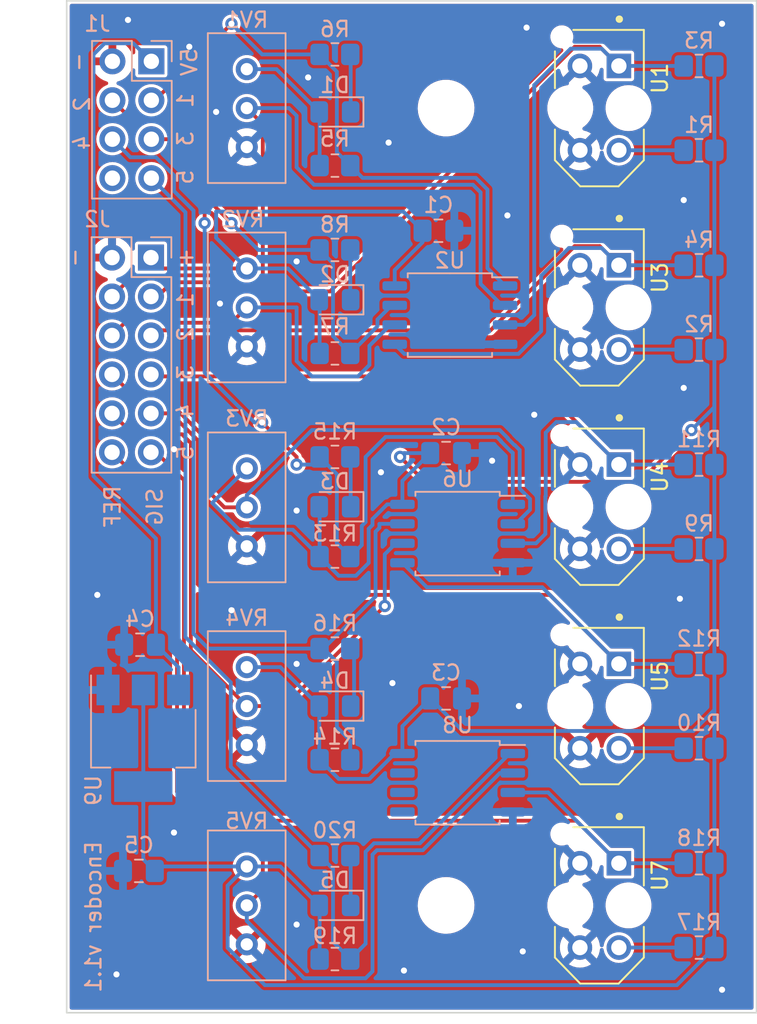
<source format=kicad_pcb>
(kicad_pcb (version 20211014) (generator pcbnew)
  (layers (0 "F.Cu" signal) (31 "B.Cu" signal) (34 "B.Paste" user) (35 "F.Paste" user) (36 "B.SilkS" user "B.Silkscreen") (37 "F.SilkS" user "F.Silkscreen") (38 "B.Mask" user) (39 "F.Mask" user) (44 "Edge.Cuts" user))
  (net 0 "")
  (net 1 "GND")
  (net 2 "+3.3V")
  (net 3 "Net-(D1-Pad1)")
  (net 4 "Net-(D2-Pad1)")
  (net 5 "Net-(D3-Pad1)")
  (net 6 "Net-(D4-Pad1)")
  (net 7 "Net-(D5-Pad1)")
  (net 8 "/D1")
  (net 9 "/D2")
  (net 10 "/D3")
  (net 11 "/D4")
  (net 12 "/D5")
  (net 14 "/OUT1")
  (net 15 "/REF1")
  (net 16 "/OUT2")
  (net 17 "/REF2")
  (net 18 "/OUT3")
  (net 19 "/REF3")
  (net 20 "/OUT4")
  (net 21 "/REF4")
  (net 22 "/OUT5")
  (net 23 "/REF5")
  (net 24 "Net-(R1-Pad2)")
  (net 25 "Net-(R2-Pad2)")
  (net 26 "Net-(R9-Pad2)")
  (net 27 "Net-(R10-Pad2)")
  (net 28 "Net-(R17-Pad2)")
  (net 29 "+5V")
  (footprint "footprints:XDCR_TCRT5000L" (layer "F.Cu") (at 160.75 122.25 -90)
    (fp_text reference "U7")
    (fp_text value "TCRT5000L")
  )
  (footprint "footprints:XDCR_TCRT5000L" (layer "F.Cu") (at 160.75 96.25 -90)
    (fp_text reference "U4")
    (fp_text value "TCRT5000L")
  )
  (footprint "footprints:XDCR_TCRT5000L" (layer "F.Cu") (at 160.75 109.25 -90)
    (fp_text reference "U5")
    (fp_text value "TCRT5000L")
  )
  (footprint "footprints:XDCR_TCRT5000L" (layer "F.Cu") (at 160.75 83.25 -90)
    (fp_text reference "U3")
    (fp_text value "TCRT5000L")
  )
  (footprint "footprints:XDCR_TCRT5000L" (layer "F.Cu") (at 160.75 70.25 -90)
    (fp_text reference "U1")
    (fp_text value "TCRT5000L")
  )
  (footprint "Package_SO:SOP-8_5.28x5.23mm_P1.27mm" (layer "B.Cu") (at 151.5 114.25 180)
    (fp_text reference "U8")
    (fp_text value "LM393")
  )
  (footprint "Resistor_SMD:R_0805_2012Metric_Pad1.20x1.40mm_HandSolder" (layer "B.Cu") (at 167.25 93.5 180)
    (fp_text reference "R11")
    (fp_text value "10k")
  )
  (footprint "Resistor_SMD:R_0805_2012Metric_Pad1.20x1.40mm_HandSolder" (layer "B.Cu") (at 167.25 119.5 180)
    (fp_text reference "R18")
    (fp_text value "10k")
  )
  (footprint "Resistor_SMD:R_0805_2012Metric_Pad1.20x1.40mm_HandSolder" (layer "B.Cu") (at 143.5 119 180)
    (fp_text reference "R20")
    (fp_text value "1k")
  )
  (footprint "Resistor_SMD:R_0805_2012Metric_Pad1.20x1.40mm_HandSolder" (layer "B.Cu") (at 167.25 80.5 180)
    (fp_text reference "R4")
    (fp_text value "10k")
  )
  (footprint "LED_SMD:LED_0805_2012Metric_Pad1.15x1.40mm_HandSolder" (layer "B.Cu") (at 143.5 96.25 180)
    (fp_text reference "D3")
    (fp_text value "LED")
  )
  (footprint "Capacitor_SMD:C_0805_2012Metric_Pad1.18x1.45mm_HandSolder" (layer "B.Cu") (at 150.75 92.75 180)
    (fp_text reference "C2")
    (fp_text value "0.1uF")
  )
  (footprint "Potentiometer_THT:Potentiometer_Bourns_3296W_Vertical" (layer "B.Cu") (at 137.75 106.71 90)
    (fp_text reference "RV4")
    (fp_text value "10k")
  )
  (footprint "Capacitor_SMD:C_0805_2012Metric_Pad1.18x1.45mm_HandSolder" (layer "B.Cu") (at 150.75 108.75 180)
    (fp_text reference "C3")
    (fp_text value "0.1uF")
  )
  (footprint "Package_SO:SOP-8_5.28x5.23mm_P1.27mm" (layer "B.Cu") (at 151 83.75 180)
    (fp_text reference "U2")
    (fp_text value "LM393")
  )
  (footprint "Resistor_SMD:R_0805_2012Metric_Pad1.20x1.40mm_HandSolder" (layer "B.Cu") (at 143.5 66.75 180)
    (fp_text reference "R6")
    (fp_text value "1k")
  )
  (footprint "Resistor_SMD:R_0805_2012Metric_Pad1.20x1.40mm_HandSolder" (layer "B.Cu") (at 143.5 105.5 180)
    (fp_text reference "R16")
    (fp_text value "1k")
  )
  (footprint "Capacitor_SMD:C_0805_2012Metric_Pad1.18x1.45mm_HandSolder" (layer "B.Cu") (at 130.7875 105.25 180)
    (fp_text reference "C4")
    (fp_text value "22uF/10V")
  )
  (footprint "Potentiometer_THT:Potentiometer_Bourns_3296W_Vertical" (layer "B.Cu") (at 137.75 93.75 90)
    (fp_text reference "RV3")
    (fp_text value "10k")
  )
  (footprint "MountingHole:MountingHole_3.2mm_M3_DIN965" (layer "B.Cu") (at 150.75 122.25 180)
    (fp_text reference "H2" hide)
    (fp_text value "MountingHole")
  )
  (footprint "Capacitor_SMD:C_0805_2012Metric_Pad1.18x1.45mm_HandSolder" (layer "B.Cu") (at 130.7125 120 180)
    (fp_text reference "C5")
    (fp_text value "22uF/10V")
  )
  (footprint "Potentiometer_THT:Potentiometer_Bourns_3296W_Vertical" (layer "B.Cu") (at 137.75 67.71 90)
    (fp_text reference "RV1")
    (fp_text value "10k")
  )
  (footprint "LED_SMD:LED_0805_2012Metric_Pad1.15x1.40mm_HandSolder" (layer "B.Cu") (at 143.5 70.5 180)
    (fp_text reference "D1")
    (fp_text value "LED")
  )
  (footprint "Resistor_SMD:R_0805_2012Metric_Pad1.20x1.40mm_HandSolder" (layer "B.Cu") (at 167.25 125 180)
    (fp_text reference "R17")
    (fp_text value "390")
  )
  (footprint "Resistor_SMD:R_0805_2012Metric_Pad1.20x1.40mm_HandSolder" (layer "B.Cu") (at 167.25 112 180)
    (fp_text reference "R10")
    (fp_text value "390")
  )
  (footprint "Resistor_SMD:R_0805_2012Metric_Pad1.20x1.40mm_HandSolder" (layer "B.Cu") (at 167.25 86 180)
    (fp_text reference "R2")
    (fp_text value "390")
  )
  (footprint "Resistor_SMD:R_0805_2012Metric_Pad1.20x1.40mm_HandSolder" (layer "B.Cu") (at 143.5 93 180)
    (fp_text reference "R15")
    (fp_text value "1k")
  )
  (footprint "Resistor_SMD:R_0805_2012Metric_Pad1.20x1.40mm_HandSolder" (layer "B.Cu") (at 143.5 99.5)
    (fp_text reference "R13")
    (fp_text value "10k")
  )
  (footprint "Potentiometer_THT:Potentiometer_Bourns_3296W_Vertical" (layer "B.Cu") (at 137.75 80.71 90)
    (fp_text reference "RV2")
    (fp_text value "10k")
  )
  (footprint "LED_SMD:LED_0805_2012Metric_Pad1.15x1.40mm_HandSolder" (layer "B.Cu") (at 143.5 109.25 180)
    (fp_text reference "D4")
    (fp_text value "LED")
  )
  (footprint "Package_TO_SOT_SMD:SOT-223-3_TabPin2" (layer "B.Cu") (at 131 111.35 -90)
    (fp_text reference "U9")
    (fp_text value "AMS1117-3.3")
  )
  (footprint "MountingHole:MountingHole_3.2mm_M3_DIN965" (layer "B.Cu") (at 150.75 70.25 180)
    (fp_text reference "H1" hide)
    (fp_text value "MountingHole")
  )
  (footprint "Package_SO:SOP-8_5.28x5.23mm_P1.27mm" (layer "B.Cu") (at 151.5 98 180)
    (fp_text reference "U6")
    (fp_text value "LM393")
  )
  (footprint "Resistor_SMD:R_0805_2012Metric_Pad1.20x1.40mm_HandSolder" (layer "B.Cu") (at 143.5 79.5 180)
    (fp_text reference "R8")
    (fp_text value "1k")
  )
  (footprint "Connector_PinHeader_2.54mm:PinHeader_2x04_P2.54mm_Vertical" (layer "B.Cu") (at 131.525 67.2 180)
    (fp_text reference "J1")
    (fp_text value "Conn_02x04_Odd_Even")
  )
  (footprint "Capacitor_SMD:C_0805_2012Metric_Pad1.18x1.45mm_HandSolder" (layer "B.Cu") (at 150.25 78.25 180)
    (fp_text reference "C1")
    (fp_text value "0.1uF")
  )
  (footprint "Resistor_SMD:R_0805_2012Metric_Pad1.20x1.40mm_HandSolder" (layer "B.Cu") (at 143.5 86.25)
    (fp_text reference "R7")
    (fp_text value "10k")
  )
  (footprint "Resistor_SMD:R_0805_2012Metric_Pad1.20x1.40mm_HandSolder" (layer "B.Cu") (at 167.25 99 180)
    (fp_text reference "R9")
    (fp_text value "390")
  )
  (footprint "LED_SMD:LED_0805_2012Metric_Pad1.15x1.40mm_HandSolder" (layer "B.Cu") (at 143.5 82.75 180)
    (fp_text reference "D2")
    (fp_text value "LED")
  )
  (footprint "Resistor_SMD:R_0805_2012Metric_Pad1.20x1.40mm_HandSolder" (layer "B.Cu") (at 143.5 74)
    (fp_text reference "R5")
    (fp_text value "10k")
  )
  (footprint "Resistor_SMD:R_0805_2012Metric_Pad1.20x1.40mm_HandSolder" (layer "B.Cu") (at 167.25 106.5 180)
    (fp_text reference "R12")
    (fp_text value "10k")
  )
  (footprint "Connector_PinHeader_2.54mm:PinHeader_2x06_P2.54mm_Vertical" (layer "B.Cu") (at 131.5 80 180)
    (fp_text reference "J2")
    (fp_text value "Conn_02x06_Odd_Even")
  )
  (footprint "LED_SMD:LED_0805_2012Metric_Pad1.15x1.40mm_HandSolder" (layer "B.Cu") (at 143.5 122.25 180)
    (fp_text reference "D5")
    (fp_text value "LED")
  )
  (footprint "Resistor_SMD:R_0805_2012Metric_Pad1.20x1.40mm_HandSolder" (layer "B.Cu") (at 143.5 125.75)
    (fp_text reference "R19")
    (fp_text value "10k")
  )
  (footprint "Resistor_SMD:R_0805_2012Metric_Pad1.20x1.40mm_HandSolder" (layer "B.Cu") (at 167.25 73 180)
    (fp_text reference "R1")
    (fp_text value "390")
  )
  (footprint "Potentiometer_THT:Potentiometer_Bourns_3296W_Vertical" (layer "B.Cu") (at 137.75 119.71 90)
    (fp_text reference "RV5")
    (fp_text value "10k")
  )
  (footprint "Resistor_SMD:R_0805_2012Metric_Pad1.20x1.40mm_HandSolder" (layer "B.Cu") (at 143.5 112.75)
    (fp_text reference "R14")
    (fp_text value "10k")
  )
  (footprint "Resistor_SMD:R_0805_2012Metric_Pad1.20x1.40mm_HandSolder" (layer "B.Cu") (at 167.25 67.5 180)
    (fp_text reference "R3")
    (fp_text value "10k")
  )
  (gr_rect (start 126 63.25) (end 171 129.25) (layer "Edge.Cuts") (width 0.1) (fill none))
  (gr_text "1" (at 133.75 82.75 90) (layer "B.SilkS") (effects (font (size 1 1)) (justify mirror)))
  (gr_text "3" (at 133.75 72.25 90) (layer "B.SilkS") (effects (font (size 1 1)) (justify mirror)))
  (gr_text "SIG" (at 131.75 96.25 90) (layer "B.SilkS") (effects (font (size 1 1)) (justify mirror)))
  (gr_text "2" (at 133.75 85 90) (layer "B.SilkS") (effects (font (size 1 1)) (justify mirror)))
  (gr_text "-" (at 126.75 67.25 90) (layer "B.SilkS") (effects (font (size 1 1)) (justify mirror)))
  (gr_text "5" (at 133.75 74.75 90) (layer "B.SilkS") (effects (font (size 1 1)) (justify mirror)))
  (gr_text "5V" (at 134 67.25 90) (layer "B.SilkS") (effects (font (size 1 1)) (justify mirror)))
  (gr_text "5" (at 133.75 92.75 90) (layer "B.SilkS") (effects (font (size 1 1)) (justify mirror)))
  (gr_text "4" (at 127 72.5 90) (layer "B.SilkS") (effects (font (size 1 1)) (justify mirror)))
  (gr_text "-" (at 126.5 80 90) (layer "B.SilkS") (effects (font (size 1 1)) (justify mirror)))
  (gr_text "Encoder v1.1" (at 127.75 123 90) (layer "B.SilkS") (effects (font (size 1 1)) (justify mirror)))
  (gr_text "2" (at 127 70 90) (layer "B.SilkS") (effects (font (size 1 1)) (justify mirror)))
  (gr_text "+" (at 133.75 80 90) (layer "B.SilkS") (effects (font (size 1 1)) (justify mirror)))
  (gr_text "4" (at 133.75 90 90) (layer "B.SilkS") (effects (font (size 1 1)) (justify mirror)))
  (gr_text "3" (at 133.75 87.5 90) (layer "B.SilkS") (effects (font (size 1 1)) (justify mirror)))
  (gr_text "1" (at 133.75 69.75 90) (layer "B.SilkS") (effects (font (size 1 1)) (justify mirror)))
  (gr_text "REF" (at 129 96.25 90) (layer "B.SilkS") (effects (font (size 1 1)) (justify mirror)))
  (via (at 156 65) (size 0.8) (drill 0.4) (layers "F.Cu" "B.Cu") (net 1))
  (via (at 147.25 107.75) (size 0.8) (drill 0.4) (layers "F.Cu" "B.Cu") (net 1))
  (via (at 129.25 126.75) (size 0.8) (drill 0.4) (layers "F.Cu" "B.Cu") (net 1))
  (via (at 136 83) (size 0.8) (drill 0.4) (layers "F.Cu" "B.Cu") (net 1))
  (via (at 141 106.5) (size 0.8) (drill 0.4) (layers "F.Cu" "B.Cu") (net 1))
  (via (at 136.75 103) (size 0.8) (drill 0.4) (layers "F.Cu" "B.Cu") (net 1))
  (via (at 155.75 125.25) (size 0.8) (drill 0.4) (layers "F.Cu" "B.Cu") (net 1))
  (via (at 166 102.25) (size 0.8) (drill 0.4) (layers "F.Cu" "B.Cu") (net 1))
  (via (at 148 126.5) (size 0.8) (drill 0.4) (layers "F.Cu" "B.Cu") (net 1))
  (via (at 133 117.5) (size 0.8) (drill 0.4) (layers "F.Cu" "B.Cu") (net 1))
  (via (at 135.75 70.5) (size 0.8) (drill 0.4) (layers "F.Cu" "B.Cu") (net 1))
  (via (at 141.75 68.25) (size 0.8) (drill 0.4) (layers "F.Cu" "B.Cu") (net 1))
  (via (at 153.75 93.25) (size 0.8) (drill 0.4) (layers "F.Cu" "B.Cu") (net 1))
  (via (at 141 80.25) (size 0.8) (drill 0.4) (layers "F.Cu" "B.Cu") (net 1))
  (via (at 130 64.5) (size 0.8) (drill 0.4) (layers "F.Cu" "B.Cu") (net 1))
  (via (at 156.5 90.25) (size 0.8) (drill 0.4) (layers "F.Cu" "B.Cu") (net 1))
  (via (at 128 102) (size 0.8) (drill 0.4) (layers "F.Cu" "B.Cu") (net 1))
  (via (at 134 66.25) (size 0.8) (drill 0.4) (layers "F.Cu" "B.Cu") (net 1))
  (via (at 141 123.5) (size 0.8) (drill 0.4) (layers "F.Cu" "B.Cu") (net 1))
  (via (at 147 72.5) (size 0.8) (drill 0.4) (layers "F.Cu" "B.Cu") (net 1))
  (via (at 155.5 109.25) (size 0.8) (drill 0.4) (layers "F.Cu" "B.Cu") (net 1))
  (via (at 168.75 64.75) (size 0.8) (drill 0.4) (layers "F.Cu" "B.Cu") (net 1))
  (via (at 146.5 94) (size 0.8) (drill 0.4) (layers "F.Cu" "B.Cu") (net 1))
  (via (at 154.75 77.25) (size 0.8) (drill 0.4) (layers "F.Cu" "B.Cu") (net 1))
  (via (at 166.25 76.25) (size 0.8) (drill 0.4) (layers "F.Cu" "B.Cu") (net 1))
  (via (at 133 92.5) (size 0.8) (drill 0.4) (layers "F.Cu" "B.Cu") (net 1))
  (via (at 141 96.5) (size 0.8) (drill 0.4) (layers "F.Cu" "B.Cu") (net 1))
  (via (at 168.75 127.75) (size 0.8) (drill 0.4) (layers "F.Cu" "B.Cu") (net 1))
  (via (at 166.25 88.5) (size 0.8) (drill 0.4) (layers "F.Cu" "B.Cu") (net 1))
  (segment (start 132.21 80.71) (end 131.5 80) (width 0.25) (layer "F.Cu") (net 2))
  (segment (start 147.75 93) (end 149.375 94.625) (width 0.25) (layer "F.Cu") (net 2))
  (segment (start 137.75 80.71) (end 132.21 80.71) (width 0.25) (layer "F.Cu") (net 2))
  (segment (start 163.375 94.625) (end 166.75 91.25) (width 0.25) (layer "F.Cu") (net 2))
  (segment (start 149.375 94.625) (end 163.375 94.625) (width 0.25) (layer "F.Cu") (net 2))
  (via (at 166.75 91.25) (size 0.8) (drill 0.4) (layers "F.Cu" "B.Cu") (net 2))
  (via (at 147.75 93) (size 0.8) (drill 0.4) (layers "F.Cu" "B.Cu") (net 2))
  (segment (start 168 124.5) (end 168.25 124.25) (width 0.25) (layer "B.Cu") (net 2))
  (segment (start 139.935 106.71) (end 137.75 106.71) (width 0.25) (layer "B.Cu") (net 2))
  (segment (start 142.475 112.725) (end 142.475 109.25) (width 0.25) (layer "B.Cu") (net 2))
  (segment (start 168.25 112) (end 168.25 119.5) (width 0.25) (layer "B.Cu") (net 2))
  (segment (start 149.2125 78.25) (end 147.9625 77) (width 0.25) (layer "B.Cu") (net 2))
  (segment (start 145.7 99.913173) (end 144.863173 100.75) (width 0.25) (layer "B.Cu") (net 2))
  (segment (start 142.475 109.25) (end 139.935 106.71) (width 0.25) (layer "B.Cu") (net 2))
  (segment (start 142.5 99.5) (end 142.5 96.275) (width 0.25) (layer "B.Cu") (net 2))
  (segment (start 148 92.75) (end 147.75 93) (width 0.25) (layer "B.Cu") (net 2))
  (segment (start 142.5 82.775) (end 142.475 82.75) (width 0.25) (layer "B.Cu") (net 2))
  (segment (start 146.905 96.095) (end 145.95 97.05) (width 0.25) (layer "B.Cu") (net 2))
  (segment (start 149.2125 79) (end 147.4 80.8125) (width 0.25) (layer "B.Cu") (net 2))
  (segment (start 168.25 67.5) (end 168.25 73) (width 0.25) (layer "B.Cu") (net 2))
  (segment (start 145.95 97.436396) (end 145.7 97.686396) (width 0.25) (layer "B.Cu") (net 2))
  (segment (start 142.5 96.275) (end 142.475 96.25) (width 0.25) (layer "B.Cu") (net 2))
  (segment (start 142.5 125.75) (end 142.5 122.275) (width 0.25) (layer "B.Cu") (net 2))
  (segment (start 168.25 93.5) (end 168.25 99) (width 0.25) (layer "B.Cu") (net 2))
  (segment (start 137.75 93.75) (end 135.5 96) (width 0.25) (layer "B.Cu") (net 2))
  (segment (start 147.155 112.345) (end 147.9 112.345) (width 0.25) (layer "B.Cu") (net 2))
  (segment (start 137.75 80.71) (end 135.75 78.71) (width 0.25) (layer "B.Cu") (net 2))
  (segment (start 142.5 112.75) (end 142.475 112.725) (width 0.25) (layer "B.Cu") (net 2))
  (segment (start 147.9 96.095) (end 147.9 94.5625) (width 0.25) (layer "B.Cu") (net 2))
  (segment (start 147.9625 77) (end 135.75 77) (width 0.25) (layer "B.Cu") (net 2))
  (segment (start 147.4 80.8125) (end 147.4 81.845) (width 0.25) (layer "B.Cu") (net 2))
  (segment (start 136.5 120.96) (end 137.75 119.71) (width 0.25) (layer "B.Cu") (net 2))
  (segment (start 168.25 125) (end 165.8 127.45) (width 0.25) (layer "B.Cu") (net 2))
  (segment (start 137.25 97.75) (end 135.5 96) (width 0.25) (layer "B.Cu") (net 2))
  (segment (start 168.25 86) (end 168.25 89.5) (width 0.25) (layer "B.Cu") (net 2))
  (segment (start 131 119.25) (end 131 114.5) (width 0.25) (layer "B.Cu") (net 2))
  (segment (start 140.75 97.75) (end 137.25 97.75) (width 0.25) (layer "B.Cu") (net 2))
  (segment (start 136.5 125.017854) (end 136.5 120.96) (width 0.25) (layer "B.Cu") (net 2))
  (segment (start 143.75 114) (end 145.75 114) (width 0.25) (layer "B.Cu") (net 2))
  (segment (start 131.75 120) (end 131 119.25) (width 0.25) (layer "B.Cu") (net 2))
  (segment (start 147.9 110.5625) (end 147.9 112.345) (width 0.25) (layer "B.Cu") (net 2))
  (segment (start 168.25 109.5) (end 168.25 112) (width 0.25) (layer "B.Cu") (net 2))
  (segment (start 168.25 119.5) (end 168.25 124.25) (width 0.25) (layer "B.Cu") (net 2))
  (segment (start 149.7125 108.75) (end 151.837501 110.875001) (width 0.25) (layer "B.Cu") (net 2))
  (segment (start 142.5 99.5) (end 140.75 97.75) (width 0.25) (layer "B.Cu") (net 2))
  (segment (start 168.25 89.75) (end 168.25 89.5) (width 0.25) (layer "B.Cu") (net 2))
  (segment (start 147.9 94.5625) (end 149.7125 92.75) (width 0.25) (layer "B.Cu") (net 2))
  (segment (start 145.75 114) (end 147.405 112.345) (width 0.25) (layer "B.Cu") (net 2))
  (segment (start 145.7 97.686396) (end 145.7 99.913173) (width 0.25) (layer "B.Cu") (net 2))
  (segment (start 168.25 106.5) (end 168.25 109.5) (width 0.25) (layer "B.Cu") (net 2))
  (segment (start 151.837501 110.875001) (end 166.874999 110.875001) (width 0.25) (layer "B.Cu") (net 2))
  (segment (start 165.8 127.45) (end 138.932146 127.45) (width 0.25) (layer "B.Cu") (net 2))
  (segment (start 139.685 67.71) (end 137.75 67.71) (width 0.25) (layer "B.Cu") (net 2))
  (segment (start 142.475 70.5) (end 139.685 67.71) (width 0.25) (layer "B.Cu") (net 2))
  (segment (start 139.935 119.71) (end 137.75 119.71) (width 0.25) (layer "B.Cu") (net 2))
  (segment (start 142.5 122.275) (end 142.475 122.25) (width 0.25) (layer "B.Cu") (net 2))
  (segment (start 144.863173 100.75) (end 143.75 100.75) (width 0.25) (layer "B.Cu") (net 2))
  (segment (start 168.25 80.5) (end 168.25 86) (width 0.25) (layer "B.Cu") (net 2))
  (segment (start 149.7125 108.75) (end 147.9 110.5625) (width 0.25) (layer "B.Cu") (net 2))
  (segment (start 140.435 80.71) (end 137.75 80.71) (width 0.25) (layer "B.Cu") (net 2))
  (segment (start 132.04 119.71) (end 137.75 119.71) (width 0.25) (layer "B.Cu") (net 2))
  (segment (start 131 114.5) (end 131 108.2) (width 0.25) (layer "B.Cu") (net 2))
  (segment (start 142.475 122.25) (end 139.935 119.71) (width 0.25) (layer "B.Cu") (net 2))
  (segment (start 149.2125 78.25) (end 149.2125 79) (width 0.25) (layer "B.Cu") (net 2))
  (segment (start 168.25 89.5) (end 168.25 93.5) (width 0.25) (layer "B.Cu") (net 2))
  (segment (start 149.7125 92.75) (end 148 92.75) (width 0.25) (layer "B.Cu") (net 2))
  (segment (start 142.5 70.525) (end 142.475 70.5) (width 0.25) (layer "B.Cu") (net 2))
  (segment (start 168.25 99) (end 168.25 106.5) (width 0.25) (layer "B.Cu") (net 2))
  (segment (start 135.75 78.71) (end 135.75 77) (width 0.25) (layer "B.Cu") (net 2))
  (segment (start 166.874999 110.875001) (end 168.25 109.5) (width 0.25) (layer "B.Cu") (net 2))
  (segment (start 145.95 97.05) (end 145.95 97.436396) (width 0.25) (layer "B.Cu") (net 2))
  (segment (start 147.405 112.345) (end 147.9 112.345) (width 0.25) (layer "B.Cu") (net 2))
  (segment (start 143.75 100.75) (end 142.5 99.5) (width 0.25) (layer "B.Cu") (net 2))
  (segment (start 142.5 86.25) (end 142.5 82.775) (width 0.25) (layer "B.Cu") (net 2))
  (segment (start 142.5 112.75) (end 143.75 114) (width 0.25) (layer "B.Cu") (net 2))
  (segment (start 166.75 91.25) (end 168.25 89.75) (width 0.25) (layer "B.Cu") (net 2))
  (segment (start 131.75 120) (end 132.04 119.71) (width 0.25) (layer "B.Cu") (net 2))
  (segment (start 138.932146 127.45) (end 136.5 125.017854) (width 0.25) (layer "B.Cu") (net 2))
  (segment (start 147.9 96.095) (end 146.905 96.095) (width 0.25) (layer "B.Cu") (net 2))
  (segment (start 142.5 74) (end 142.5 70.525) (width 0.25) (layer "B.Cu") (net 2))
  (segment (start 168.25 80.5) (end 168.25 73) (width 0.25) (layer "B.Cu") (net 2))
  (segment (start 142.475 82.75) (end 140.435 80.71) (width 0.25) (layer "B.Cu") (net 2))
  (segment (start 144.525 66.775) (end 144.525 70.5) (width 0.25) (layer "B.Cu") (net 3))
  (segment (start 144.5 66.75) (end 144.525 66.775) (width 0.25) (layer "B.Cu") (net 3))
  (segment (start 144.5 79.5) (end 144.5 82.725) (width 0.25) (layer "B.Cu") (net 4))
  (segment (start 144.5 82.725) (end 144.525 82.75) (width 0.25) (layer "B.Cu") (net 4))
  (segment (start 144.525 96.25) (end 144.525 93.025) (width 0.25) (layer "B.Cu") (net 5))
  (segment (start 144.525 93.025) (end 144.5 93) (width 0.25) (layer "B.Cu") (net 5))
  (segment (start 144.75 109.025) (end 144.75 105.5) (width 0.25) (layer "B.Cu") (net 6))
  (segment (start 144.525 109.25) (end 144.75 109.025) (width 0.25) (layer "B.Cu") (net 6))
  (segment (start 144.525 119.025) (end 144.5 119) (width 0.25) (layer "B.Cu") (net 7))
  (segment (start 144.525 122.25) (end 144.525 119.025) (width 0.25) (layer "B.Cu") (net 7))
  (segment (start 136.75 64.75) (end 131.76 69.74) (width 0.25) (layer "F.Cu") (net 8))
  (segment (start 131.76 69.74) (end 131.525 69.74) (width 0.25) (layer "F.Cu") (net 8))
  (via (at 136.75 64.75) (size 0.8) (drill 0.4) (layers "F.Cu" "B.Cu") (net 8))
  (segment (start 142.5 66.75) (end 143.625 67.875) (width 0.25) (layer "B.Cu") (net 8))
  (segment (start 143.625 73.125) (end 144.5 74) (width 0.25) (layer "B.Cu") (net 8))
  (segment (start 144.5 74) (end 145.3 74.8) (width 0.25) (layer "B.Cu") (net 8))
  (segment (start 143.625 67.875) (end 143.625 73.125) (width 0.25) (layer "B.Cu") (net 8))
  (segment (start 145.3 74.8) (end 152.686396 74.8) (width 0.25) (layer "B.Cu") (net 8))
  (segment (start 138.75 66.75) (end 136.75 64.75) (width 0.25) (layer "B.Cu") (net 8))
  (segment (start 152.686396 74.8) (end 153.45 75.563604) (width 0.25) (layer "B.Cu") (net 8))
  (segment (start 153.45 80.695) (end 154.6 81.845) (width 0.25) (layer "B.Cu") (net 8))
  (segment (start 142.5 66.75) (end 138.75 66.75) (width 0.25) (layer "B.Cu") (net 8))
  (segment (start 153.45 75.563604) (end 153.45 80.695) (width 0.25) (layer "B.Cu") (net 8))
  (segment (start 134.216396 71.83) (end 132.736701 71.83) (width 0.25) (layer "F.Cu") (net 9))
  (segment (start 136.75 77.75) (end 135.45 76.45) (width 0.25) (layer "F.Cu") (net 9))
  (segment (start 135.45 76.45) (end 135.45 73.063604) (width 0.25) (layer "F.Cu") (net 9))
  (segment (start 132.736701 71.83) (end 132.011701 71.105) (width 0.25) (layer "F.Cu") (net 9))
  (segment (start 130.35 71.105) (end 128.985 69.74) (width 0.25) (layer "F.Cu") (net 9))
  (segment (start 132.011701 71.105) (end 130.35 71.105) (width 0.25) (layer "F.Cu") (net 9))
  (segment (start 135.45 73.063604) (end 134.216396 71.83) (width 0.25) (layer "F.Cu") (net 9))
  (via (at 136.75 77.75) (size 0.8) (drill 0.4) (layers "F.Cu" "B.Cu") (net 9))
  (segment (start 136.75 77.75) (end 138.5 79.5) (width 0.25) (layer "B.Cu") (net 9))
  (segment (start 143.375 80.375) (end 142.5 79.5) (width 0.25) (layer "B.Cu") (net 9))
  (segment (start 138.5 79.5) (end 142.5 79.5) (width 0.25) (layer "B.Cu") (net 9))
  (segment (start 147.198249 83.115) (end 147.4 83.115) (width 0.25) (layer "B.Cu") (net 9))
  (segment (start 144.5 86.25) (end 146.275 84.475) (width 0.25) (layer "B.Cu") (net 9))
  (segment (start 146.275 84.475) (end 146.275 84.038249) (width 0.25) (layer "B.Cu") (net 9))
  (segment (start 143.375 85.125) (end 143.375 80.375) (width 0.25) (layer "B.Cu") (net 9))
  (segment (start 146.275 84.038249) (end 147.198249 83.115) (width 0.25) (layer "B.Cu") (net 9))
  (segment (start 144.5 86.25) (end 143.375 85.125) (width 0.25) (layer "B.Cu") (net 9))
  (segment (start 135 73.25) (end 134.03 72.28) (width 0.25) (layer "F.Cu") (net 10))
  (segment (start 135 77.75) (end 135 73.25) (width 0.25) (layer "F.Cu") (net 10))
  (segment (start 134.03 72.28) (end 131.525 72.28) (width 0.25) (layer "F.Cu") (net 10))
  (segment (start 141 93) (end 141 93.5) (width 0.25) (layer "F.Cu") (net 10))
  (segment (start 138.75 90.75) (end 141 93) (width 0.25) (layer "F.Cu") (net 10))
  (via (at 138.75 90.75) (size 0.8) (drill 0.4) (layers "F.Cu" "B.Cu") (net 10))
  (via (at 141 93.5) (size 0.8) (drill 0.4) (layers "F.Cu" "B.Cu") (net 10))
  (via (at 135 77.75) (size 0.8) (drill 0.4) (layers "F.Cu" "B.Cu") (net 10))
  (segment (start 146.8 91.7) (end 154.063604 91.7) (width 0.25) (layer "B.Cu") (net 10))
  (segment (start 145.5 93) (end 146.8 91.7) (width 0.25) (layer "B.Cu") (net 10))
  (segment (start 144.5 99.5) (end 143.625 98.625) (width 0.25) (layer "B.Cu") (net 10))
  (segment (start 138.25 90.75) (end 138.75 90.75) (width 0.25) (layer "B.Cu") (net 10))
  (segment (start 143.625 94.125) (end 142.5 93) (width 0.25) (layer "B.Cu") (net 10))
  (segment (start 155.1 92.736396) (end 155.1 96.095) (width 0.25) (layer "B.Cu") (net 10))
  (segment (start 145.25 97.5) (end 145.5 97.25) (width 0.25) (layer "B.Cu") (net 10))
  (segment (start 144.5 99.5) (end 145.25 98.75) (width 0.25) (layer "B.Cu") (net 10))
  (segment (start 145.5 97.25) (end 145.5 93) (width 0.25) (layer "B.Cu") (net 10))
  (segment (start 135 87.5) (end 138.25 90.75) (width 0.25) (layer "B.Cu") (net 10))
  (segment (start 154.063604 91.7) (end 154.325 91.961396) (width 0.25) (layer "B.Cu") (net 10))
  (segment (start 141 93.5) (end 142 93.5) (width 0.25) (layer "B.Cu") (net 10))
  (segment (start 154.325 91.961396) (end 154.325 91.986701) (width 0.25) (layer "B.Cu") (net 10))
  (segment (start 155.038604 92.675) (end 155.1 92.736396) (width 0.25) (layer "B.Cu") (net 10))
  (segment (start 143.625 98.625) (end 143.625 94.125) (width 0.25) (layer "B.Cu") (net 10))
  (segment (start 142 93.5) (end 142.5 93) (width 0.25) (layer "B.Cu") (net 10))
  (segment (start 155.013299 92.675) (end 155.038604 92.675) (width 0.25) (layer "B.Cu") (net 10))
  (segment (start 135 87.5) (end 135 77.75) (width 0.25) (layer "B.Cu") (net 10))
  (segment (start 145.25 98.75) (end 145.25 97.5) (width 0.25) (layer "B.Cu") (net 10))
  (segment (start 154.325 91.986701) (end 155.013299 92.675) (width 0.25) (layer "B.Cu") (net 10))
  (segment (start 134.275 76.933604) (end 133 75.658604) (width 0.25) (layer "B.Cu") (net 11))
  (segment (start 146.15 97.872792) (end 146.15 102.1) (width 0.25) (layer "B.Cu") (net 11))
  (segment (start 147.9 97.365) (end 146.4 97.365) (width 0.25) (layer "B.Cu") (net 11))
  (segment (start 144.5 111.5) (end 144.5 112.75) (width 0.25) (layer "B.Cu") (net 11))
  (segment (start 133 75.658604) (end 133 74.633299) (width 0.25) (layer "B.Cu") (net 11))
  (segment (start 142.5 105.5) (end 135.25 105.5) (width 0.25) (layer "B.Cu") (net 11))
  (segment (start 133 74.633299) (end 131.821701 73.455) (width 0.25) (layer "B.Cu") (net 11))
  (segment (start 143.625 106.375) (end 143.625 110.625) (width 0.25) (layer "B.Cu") (net 11))
  (segment (start 146.15 102.1) (end 142.75 105.5) (width 0.25) (layer "B.Cu") (net 11))
  (segment (start 131.821701 73.455) (end 130.16 73.455) (width 0.25) (layer "B.Cu") (net 11))
  (segment (start 146.4 97.365) (end 146.4 97.622792) (width 0.25) (layer "B.Cu") (net 11))
  (segment (start 146.4 97.622792) (end 146.15 97.872792) (width 0.25) (layer "B.Cu") (net 11))
  (segment (start 143.625 110.625) (end 144.5 111.5) (width 0.25) (layer "B.Cu") (net 11))
  (segment (start 130.16 73.455) (end 128.985 72.28) (width 0.25) (layer "B.Cu") (net 11))
  (segment (start 134.275 104.525) (end 134.275 76.933604) (width 0.25) (layer "B.Cu") (net 11))
  (segment (start 142.75 105.5) (end 143.625 106.375) (width 0.25) (layer "B.Cu") (net 11))
  (segment (start 135.25 105.5) (end 134.275 104.525) (width 0.25) (layer "B.Cu") (net 11))
  (segment (start 133.75 77.045) (end 131.525 74.82) (width 0.25) (layer "B.Cu") (net 12))
  (segment (start 145.5 118.75) (end 145.5 124.75) (width 0.25) (layer "B.Cu") (net 12))
  (segment (start 133.75 104.75) (end 136.705 107.705) (width 0.25) (layer "B.Cu") (net 12))
  (segment (start 149.043249 118.2) (end 146.05 118.2) (width 0.25) (layer "B.Cu") (net 12))
  (segment (start 143.375 119.875) (end 142.5 119) (width 0.25) (layer "B.Cu") (net 12))
  (segment (start 136.705 113.205) (end 142.5 119) (width 0.25) (layer "B.Cu") (net 12))
  (segment (start 154.898249 112.345) (end 149.043249 118.2) (width 0.25) (layer "B.Cu") (net 12))
  (segment (start 155.1 112.345) (end 154.898249 112.345) (width 0.25) (layer "B.Cu") (net 12))
  (segment (start 143.375 124.625) (end 143.375 119.875) (width 0.25) (layer "B.Cu") (net 12))
  (segment (start 145.5 124.75) (end 144.5 125.75) (width 0.25) (layer "B.Cu") (net 12))
  (segment (start 133.75 104.75) (end 133.75 77.045) (width 0.25) (layer "B.Cu") (net 12))
  (segment (start 136.705 107.705) (end 136.705 113.205) (width 0.25) (layer "B.Cu") (net 12))
  (segment (start 144.5 125.75) (end 143.375 124.625) (width 0.25) (layer "B.Cu") (net 12))
  (segment (start 146.05 118.2) (end 145.5 118.75) (width 0.25) (layer "B.Cu") (net 12))
  (segment (start 132.861396 81.61) (end 136.349354 81.61) (width 0.25) (layer "F.Cu") (net 14))
  (segment (start 159.139009 66.25) (end 160.77 66.25) (width 0.25) (layer "F.Cu") (net 14))
  (segment (start 131.5 82.54) (end 131.931396 82.54) (width 0.25) (layer "F.Cu") (net 14))
  (segment (start 131.931396 82.54) (end 132.861396 81.61) (width 0.25) (layer "F.Cu") (net 14))
  (segment (start 136.944354 82.205) (end 143.184009 82.205) (width 0.25) (layer "F.Cu") (net 14))
  (segment (start 136.349354 81.61) (end 136.944354 82.205) (width 0.25) (layer "F.Cu") (net 14))
  (segment (start 160.77 66.25) (end 162.02 67.5) (width 0.25) (layer "F.Cu") (net 14))
  (segment (start 143.184009 82.205) (end 159.139009 66.25) (width 0.25) (layer "F.Cu") (net 14))
  (segment (start 156.5 83.75) (end 155.865 84.385) (width 0.25) (layer "B.Cu") (net 14))
  (segment (start 155.865 84.385) (end 154.6 84.385) (width 0.25) (layer "B.Cu") (net 14))
  (segment (start 162.02 67.5) (end 160.895 66.375) (width 0.25) (layer "B.Cu") (net 14))
  (segment (start 160.895 66.375) (end 158.875 66.375) (width 0.25) (layer "B.Cu") (net 14))
  (segment (start 158.875 66.375) (end 156.5 68.75) (width 0.25) (layer "B.Cu") (net 14))
  (segment (start 156.5 68.75) (end 156.5 83.75) (width 0.25) (layer "B.Cu") (net 14))
  (segment (start 166.25 67.5) (end 162.02 67.5) (width 0.25) (layer "B.Cu") (net 14))
  (segment (start 130.135 81.365) (end 128.96 82.54) (width 0.25) (layer "F.Cu") (net 15))
  (segment (start 138.795 81.705) (end 138.745 81.755) (width 0.25) (layer "F.Cu") (net 15))
  (segment (start 136.53575 81.16) (end 132.675 81.16) (width 0.25) (layer "F.Cu") (net 15))
  (segment (start 132.675 81.16) (end 132.47 81.365) (width 0.25) (layer "F.Cu") (net 15))
  (segment (start 137.13075 81.755) (end 136.53575 81.16) (width 0.25) (layer "F.Cu") (net 15))
  (segment (start 138.745 81.755) (end 137.13075 81.755) (width 0.25) (layer "F.Cu") (net 15))
  (segment (start 137.75 70.25) (end 138.795 71.295) (width 0.25) (layer "F.Cu") (net 15))
  (segment (start 132.47 81.365) (end 130.135 81.365) (width 0.25) (layer "F.Cu") (net 15))
  (segment (start 138.795 71.295) (end 138.795 81.705) (width 0.25) (layer "F.Cu") (net 15))
  (segment (start 141 74.113173) (end 142.136827 75.25) (width 0.25) (layer "B.Cu") (net 15))
  (segment (start 140.5 70.25) (end 141 70.75) (width 0.25) (layer "B.Cu") (net 15))
  (segment (start 152.5 75.25) (end 153 75.75) (width 0.25) (layer "B.Cu") (net 15))
  (segment (start 142.136827 75.25) (end 152.5 75.25) (width 0.25) (layer "B.Cu") (net 15))
  (segment (start 153 81.716751) (end 154.398249 83.115) (width 0.25) (layer "B.Cu") (net 15))
  (segment (start 141 70.75) (end 141 74.113173) (width 0.25) (layer "B.Cu") (net 15))
  (segment (start 137.75 70.25) (end 140.5 70.25) (width 0.25) (layer "B.Cu") (net 15))
  (segment (start 153 75.75) (end 153 81.716751) (width 0.25) (layer "B.Cu") (net 15))
  (segment (start 154.398249 83.115) (end 154.6 83.115) (width 0.25) (layer "B.Cu") (net 15))
  (segment (start 131.5 85.08) (end 131.835 84.745) (width 0.25) (layer "F.Cu") (net 16))
  (segment (start 160.77 79.25) (end 162.02 80.5) (width 0.25) (layer "F.Cu") (net 16))
  (segment (start 131.835 84.745) (end 153.644009 84.745) (width 0.25) (layer "F.Cu") (net 16))
  (segment (start 159.139009 79.25) (end 160.77 79.25) (width 0.25) (layer "F.Cu") (net 16))
  (segment (start 153.644009 84.745) (end 159.139009 79.25) (width 0.25) (layer "F.Cu") (net 16))
  (segment (start 156.95 84.8) (end 155.47 86.28) (width 0.25) (layer "B.Cu") (net 16))
  (segment (start 160.895 79.375) (end 158.762439 79.375) (width 0.25) (layer "B.Cu") (net 16))
  (segment (start 156.95 81.187439) (end 156.95 84.8) (width 0.25) (layer "B.Cu") (net 16))
  (segment (start 148.025 86.28) (end 147.4 85.655) (width 0.25) (layer "B.Cu") (net 16))
  (segment (start 162.02 80.5) (end 160.895 79.375) (width 0.25) (layer "B.Cu") (net 16))
  (segment (start 166.25 80.5) (end 162.02 80.5) (width 0.25) (layer "B.Cu") (net 16))
  (segment (start 155.47 86.28) (end 148.025 86.28) (width 0.25) (layer "B.Cu") (net 16))
  (segment (start 158.762439 79.375) (end 156.95 81.187439) (width 0.25) (layer "B.Cu") (net 16))
  (segment (start 130.135 83.905) (end 128.96 85.08) (width 0.25) (layer "F.Cu") (net 17))
  (segment (start 132.331701 84.25) (end 131.986701 83.905) (width 0.25) (layer "F.Cu") (net 17))
  (segment (start 137.75 83.25) (end 136.75 84.25) (width 0.25) (layer "F.Cu") (net 17))
  (segment (start 136.75 84.25) (end 132.331701 84.25) (width 0.25) (layer "F.Cu") (net 17))
  (segment (start 131.986701 83.905) (end 130.135 83.905) (width 0.25) (layer "F.Cu") (net 17))
  (segment (start 145.75 87) (end 145.75 85.75) (width 0.25) (layer "B.Cu") (net 17))
  (segment (start 145.75 85.75) (end 147.115 84.385) (width 0.25) (layer "B.Cu") (net 17))
  (segment (start 141 83.25) (end 141 86.75) (width 0.25) (layer "B.Cu") (net 17))
  (segment (start 145 87.75) (end 145.75 87) (width 0.25) (layer "B.Cu") (net 17))
  (segment (start 141 86.75) (end 142 87.75) (width 0.25) (layer "B.Cu") (net 17))
  (segment (start 142 87.75) (end 145 87.75) (width 0.25) (layer "B.Cu") (net 17))
  (segment (start 147.115 84.385) (end 147.4 84.385) (width 0.25) (layer "B.Cu") (net 17))
  (segment (start 137.75 83.25) (end 141 83.25) (width 0.25) (layer "B.Cu") (net 17))
  (segment (start 131.63 87.75) (end 156.27 87.75) (width 0.25) (layer "F.Cu") (net 18))
  (segment (start 156.27 87.75) (end 162.02 93.5) (width 0.25) (layer "F.Cu") (net 18))
  (segment (start 131.5 87.62) (end 131.63 87.75) (width 0.25) (layer "F.Cu") (net 18))
  (segment (start 157.937562 90.724999) (end 157.25 91.412561) (width 0.25) (layer "B.Cu") (net 18))
  (segment (start 157.25 95.551901) (end 157.224999 95.576902) (width 0.25) (layer "B.Cu") (net 18))
  (segment (start 166.25 93.5) (end 162.02 93.5) (width 0.25) (layer "B.Cu") (net 18))
  (segment (start 162.02 93.5) (end 159.244999 90.724999) (width 0.25) (layer "B.Cu") (net 18))
  (segment (start 157.224999 95.576902) (end 157.224999 98.025001) (width 0.25) (layer "B.Cu") (net 18))
  (segment (start 157.25 91.412561) (end 157.25 95.551901) (width 0.25) (layer "B.Cu") (net 18))
  (segment (start 157.224999 98.025001) (end 156.615 98.635) (width 0.25) (layer "B.Cu") (net 18))
  (segment (start 156.615 98.635) (end 155.1 98.635) (width 0.25) (layer "B.Cu") (net 18))
  (segment (start 159.244999 90.724999) (end 157.937562 90.724999) (width 0.25) (layer "B.Cu") (net 18))
  (segment (start 132.257792 88.985) (end 135 91.727208) (width 0.25) (layer "F.Cu") (net 19))
  (segment (start 128.96 87.62) (end 130.325 88.985) (width 0.25) (layer "F.Cu") (net 19))
  (segment (start 130.325 88.985) (end 132.257792 88.985) (width 0.25) (layer "F.Cu") (net 19))
  (segment (start 135 91.727208) (end 135 95) (width 0.25) (layer "F.Cu") (net 19))
  (segment (start 136.29 96.29) (end 137.75 96.29) (width 0.25) (layer "F.Cu") (net 19))
  (segment (start 135 95) (end 136.29 96.29) (width 0.25) (layer "F.Cu") (net 19))
  (segment (start 137.75 96.29) (end 137.75 95.5) (width 0.25) (layer "B.Cu") (net 19))
  (segment (start 137.75 95.5) (end 142 91.25) (width 0.25) (layer "B.Cu") (net 19))
  (segment (start 154.775 91.800305) (end 155.199695 92.225) (width 0.25) (layer "B.Cu") (net 19))
  (segment (start 156.225 96.441751) (end 155.301751 97.365) (width 0.25) (layer "B.Cu") (net 19))
  (segment (start 155.199695 92.225) (end 155.225 92.225) (width 0.25) (layer "B.Cu") (net 19))
  (segment (start 154.25 91.25) (end 154.775 91.775) (width 0.25) (layer "B.Cu") (net 19))
  (segment (start 155.55 92.55) (end 155.55 95.073249) (width 0.25) (layer "B.Cu") (net 19))
  (segment (start 156.225 95.748249) (end 156.225 96.441751) (width 0.25) (layer "B.Cu") (net 19))
  (segment (start 155.55 95.073249) (end 156.225 95.748249) (width 0.25) (layer "B.Cu") (net 19))
  (segment (start 155.225 92.225) (end 155.55 92.55) (width 0.25) (layer "B.Cu") (net 19))
  (segment (start 142 91.25) (end 154.25 91.25) (width 0.25) (layer "B.Cu") (net 19))
  (segment (start 154.775 91.775) (end 154.775 91.800305) (width 0.25) (layer "B.Cu") (net 19))
  (segment (start 155.301751 97.365) (end 155.1 97.365) (width 0.25) (layer "B.Cu") (net 19))
  (segment (start 132.796396 90.16) (end 134.55 91.913604) (width 0.25) (layer "F.Cu") (net 20))
  (segment (start 131.5 90.16) (end 132.796396 90.16) (width 0.25) (layer "F.Cu") (net 20))
  (segment (start 134.55 101.3) (end 135.25 102) (width 0.25) (layer "F.Cu") (net 20))
  (segment (start 134.55 91.913604) (end 134.55 101.3) (width 0.25) (layer "F.Cu") (net 20))
  (segment (start 135.25 102) (end 157.52 102) (width 0.25) (layer "F.Cu") (net 20))
  (segment (start 157.52 102) (end 162.02 106.5) (width 0.25) (layer "F.Cu") (net 20))
  (segment (start 149.495 101.5) (end 147.9 99.905) (width 0.25) (layer "B.Cu") (net 20))
  (segment (start 166.25 106.5) (end 162.02 106.5) (width 0.25) (layer "B.Cu") (net 20))
  (segment (start 157.02 101.5) (end 149.495 101.5) (width 0.25) (layer "B.Cu") (net 20))
  (segment (start 162.02 106.5) (end 157.02 101.5) (width 0.25) (layer "B.Cu") (net 20))
  (segment (start 146.75 102.7245) (end 140.2245 109.25) (width 0.25) (layer "F.Cu") (net 21))
  (segment (start 128.96 90.16) (end 130.325 91.525) (width 0.25) (layer "F.Cu") (net 21))
  (segment (start 134.1 105.6) (end 137.75 109.25) (width 0.25) (layer "F.Cu") (net 21))
  (segment (start 133.525 91.525) (end 134.1 92.1) (width 0.25) (layer "F.Cu") (net 21))
  (segment (start 134.1 92.1) (end 134.1 105.6) (width 0.25) (layer "F.Cu") (net 21))
  (segment (start 140.2245 109.25) (end 137.75 109.25) (width 0.25) (layer "F.Cu") (net 21))
  (segment (start 130.325 91.525) (end 133.525 91.525) (width 0.25) (layer "F.Cu") (net 21))
  (via (at 146.75 102.7245) (size 0.8) (drill 0.4) (layers "F.Cu" "B.Cu") (net 21))
  (segment (start 147.465 98.635) (end 146.75 99.35) (width 0.25) (layer "B.Cu") (net 21))
  (segment (start 147.9 98.635) (end 147.465 98.635) (width 0.25) (layer "B.Cu") (net 21))
  (segment (start 146.75 99.35) (end 146.75 102.7245) (width 0.25) (layer "B.Cu") (net 21))
  (segment (start 131.5 92.7) (end 131.836396 92.7) (width 0.25) (layer "F.Cu") (net 22))
  (segment (start 133.65 94.513604) (end 133.65 114.65) (width 0.25) (layer "F.Cu") (net 22))
  (segment (start 131.836396 92.7) (end 133.65 94.513604) (width 0.25) (layer "F.Cu") (net 22))
  (segment (start 135.724999 116.724999) (end 159.244999 116.724999) (width 0.25) (layer "F.Cu") (net 22))
  (segment (start 133.65 114.65) (end 135.724999 116.724999) (width 0.25) (layer "F.Cu") (net 22))
  (segment (start 159.244999 116.724999) (end 162.02 119.5) (width 0.25) (layer "F.Cu") (net 22))
  (segment (start 166.25 119.5) (end 162.02 119.5) (width 0.25) (layer "B.Cu") (net 22))
  (segment (start 157.405 114.885) (end 155.1 114.885) (width 0.25) (layer "B.Cu") (net 22))
  (segment (start 162.02 119.5) (end 157.405 114.885) (width 0.25) (layer "B.Cu") (net 22))
  (segment (start 138.795 121.205) (end 137.75 122.25) (width 0.25) (layer "F.Cu") (net 23))
  (segment (start 137.674999 117.174999) (end 138.795 118.295) (width 0.25) (layer "F.Cu") (net 23))
  (segment (start 135.538603 117.174999) (end 137.674999 117.174999) (width 0.25) (layer "F.Cu") (net 23))
  (segment (start 133.2 94.7) (end 133.2 114.836396) (width 0.25) (layer "F.Cu") (net 23))
  (segment (start 128.96 92.7) (end 130.26 94) (width 0.25) (layer "F.Cu") (net 23))
  (segment (start 132.5 94) (end 133.2 94.7) (width 0.25) (layer "F.Cu") (net 23))
  (segment (start 138.795 118.295) (end 138.795 121.205) (width 0.25) (layer "F.Cu") (net 23))
  (segment (start 133.2 114.836396) (end 135.538603 117.174999) (width 0.25) (layer "F.Cu") (net 23))
  (segment (start 130.26 94) (end 132.5 94) (width 0.25) (layer "F.Cu") (net 23))
  (segment (start 149.229645 118.65) (end 146.236396 118.65) (width 0.25) (layer "B.Cu") (net 23))
  (segment (start 141.481767 127) (end 137.75 123.268233) (width 0.25) (layer "B.Cu") (net 23))
  (segment (start 155.1 113.615) (end 154.264645 113.615) (width 0.25) (layer "B.Cu") (net 23))
  (segment (start 137.75 123.268233) (end 137.75 122.25) (width 0.25) (layer "B.Cu") (net 23))
  (segment (start 145.5 127) (end 141.481767 127) (width 0.25) (layer "B.Cu") (net 23))
  (segment (start 154.264645 113.615) (end 149.229645 118.65) (width 0.25) (layer "B.Cu") (net 23))
  (segment (start 146.236396 118.65) (end 145.95 118.936396) (width 0.25) (layer "B.Cu") (net 23))
  (segment (start 145.95 118.936396) (end 145.95 126.55) (width 0.25) (layer "B.Cu") (net 23))
  (segment (start 145.95 126.55) (end 145.5 127) (width 0.25) (layer "B.Cu") (net 23))
  (segment (start 166.25 73) (end 162.02 73) (width 0.25) (layer "B.Cu") (net 24))
  (segment (start 166.25 86) (end 162.02 86) (width 0.25) (layer "B.Cu") (net 25))
  (segment (start 166.25 99) (end 162.02 99) (width 0.25) (layer "B.Cu") (net 26))
  (segment (start 166.25 112) (end 162.02 112) (width 0.25) (layer "B.Cu") (net 27))
  (segment (start 166.25 125) (end 162.02 125) (width 0.25) (layer "B.Cu") (net 28))
  (segment (start 133.3 106.725) (end 131.825 105.25) (width 0.25) (layer "B.Cu") (net 29))
  (segment (start 131.825 105.25) (end 131.825 98.325) (width 0.25) (layer "B.Cu") (net 29))
  (segment (start 127.75 66.75) (end 128.475 66.025) (width 0.25) (layer "B.Cu") (net 29))
  (segment (start 133.3 108.2) (end 133.3 106.725) (width 0.25) (layer "B.Cu") (net 29))
  (segment (start 132.035 67.71) (end 131.525 67.2) (width 0.25) (layer "B.Cu") (net 29))
  (segment (start 131.825 98.325) (end 127.75 94.25) (width 0.25) (layer "B.Cu") (net 29))
  (segment (start 128.475 66.025) (end 130.35 66.025) (width 0.25) (layer "B.Cu") (net 29))
  (segment (start 130.35 66.025) (end 131.525 67.2) (width 0.25) (layer "B.Cu") (net 29))
  (segment (start 127.75 94.25) (end 127.75 66.75) (width 0.25) (layer "B.Cu") (net 29))
  (zone (net 1) (net_name "GND") (layers F&B.Cu) (connect_pads (clearance 0.2)) (min_thickness 0.25) (fill yes (thermal_gap 0.508) (thermal_bridge_width 0.508))
    (polygon (pts (xy 171 129.25) (xy 126 129.25) (xy 126 63.25) (xy 171 63.25)))
  )
)
</source>
